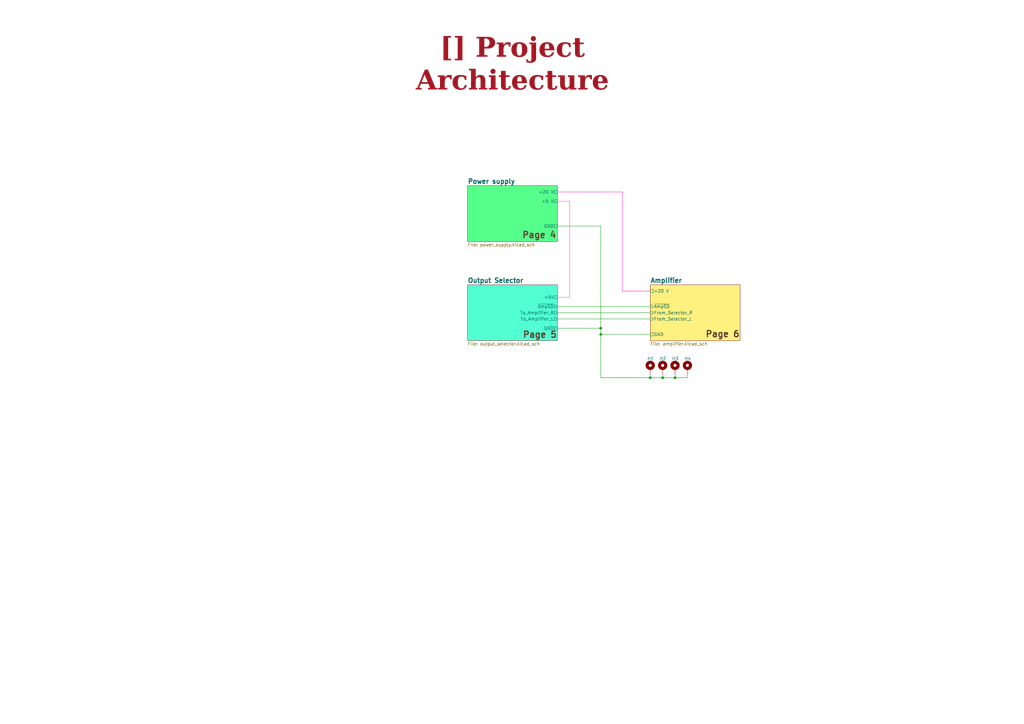
<source format=kicad_sch>
(kicad_sch (version 20231120) (generator "eeschema") (generator_version "8.0")
  (paper "A3")
  (title_block (title "Project Architecture") (date "Last Modified Date") (rev "${REVISION}") (company "${COMPANY}"))
  (lib_symbols
    (symbol "Mechanical:MountingHole_Pad" (pin_numbers hide) (pin_names (offset 1.016) hide) (exclude_from_sim yes) (in_bom no)
      (property "Reference" "H" (at 0 6.35 0))
      (property "Value" "MountingHole_Pad" (at 0 4.445 0))
      (symbol "MountingHole_Pad_0_1"
        (circle (center 0 1.27) (radius 1.27) (stroke (width 1.27)))
      )
      (symbol "MountingHole_Pad_1_1"
        (pin input line (at 0 -2.54 90) (length 2.54) (name "1") (number "1"))
      )
    )
  )
  (junction (at 246.38 134.62))
  (junction (at 271.78 154.94))
  (junction (at 246.38 137.16))
  (junction (at 266.7 154.94))
  (junction (at 276.86 154.94))
  (wire (pts (xy 228.6 128.27) (xy 266.7 128.27)))
  (wire (pts (xy 246.38 134.62) (xy 228.6 134.62)))
  (wire (pts (xy 276.86 154.94) (xy 271.78 154.94)))
  (wire (pts (xy 281.94 153.67) (xy 281.94 154.94)))
  (wire (pts (xy 246.38 137.16) (xy 246.38 134.62)))
  (wire (pts (xy 246.38 154.94) (xy 246.38 137.16)))
  (wire (pts (xy 255.27 119.38) (xy 266.7 119.38)) (stroke (width 0) (color 255 0 185 1)))
  (wire (pts (xy 266.7 137.16) (xy 246.38 137.16)))
  (wire (pts (xy 228.6 130.81) (xy 266.7 130.81)))
  (wire (pts (xy 228.6 92.71) (xy 246.38 92.71)))
  (wire (pts (xy 271.78 154.94) (xy 266.7 154.94)))
  (wire (pts (xy 266.7 153.67) (xy 266.7 154.94)))
  (wire (pts (xy 233.68 121.92) (xy 233.68 82.55)) (stroke (width 0) (color 255 77 97 1)))
  (wire (pts (xy 276.86 153.67) (xy 276.86 154.94)))
  (wire (pts (xy 271.78 153.67) (xy 271.78 154.94)))
  (wire (pts (xy 281.94 154.94) (xy 276.86 154.94)))
  (wire (pts (xy 228.6 125.73) (xy 266.7 125.73)))
  (wire (pts (xy 228.6 121.92) (xy 233.68 121.92)) (stroke (width 0) (color 255 77 97 1)))
  (wire (pts (xy 246.38 92.71) (xy 246.38 134.62)))
  (wire (pts (xy 266.7 154.94) (xy 246.38 154.94)))
  (wire (pts (xy 255.27 78.74) (xy 255.27 119.38)) (stroke (width 0) (color 255 0 185 1)))
  (wire (pts (xy 233.68 82.55) (xy 228.6 82.55)) (stroke (width 0) (color 255 77 97 1)))
  (wire (pts (xy 228.6 78.74) (xy 255.27 78.74)) (stroke (width 0) (color 255 0 185 1)))
  (text_box "[${#}] ${TITLE}" (at 144.78 20.32 0) (size 130.81 12.7) (stroke (width -0.0001)) (effects (font (size 8 8) (thickness 1.2) (bold yes))))
  (text "Page 6" (at 303.53 138.684 0) (effects (font (size 2.54 2.54) (bold yes)) (justify right bottom)))
  (text "Page 5" (at 228.6 138.938 0) (effects (font (size 2.54 2.54) (bold yes)) (justify right bottom)))
  (text "Page 4" (at 228.346 98.044 0) (effects (font (size 2.54 2.54) (bold yes)) (justify right bottom)))
  (symbol (lib_id "Mechanical:MountingHole_Pad") (at 266.7 151.13 0) (unit 1) (exclude_from_sim yes) (in_bom no)
    (property "Reference" "H1" (at 265.43 147.066 0) (effects (justify left)))
    (property "Value" "MountingHole_Pad" (effects (hide yes)))
    (property "Footprint" "MountingHole:MountingHole_3.2mm_M3_Pad_Via" (effects (hide yes)))
    (property "Description" "Mounting Hole with connection" (effects (hide yes)))
  )
  (symbol (lib_id "Mechanical:MountingHole_Pad") (at 276.86 151.13 0) (unit 1) (exclude_from_sim yes) (in_bom no)
    (property "Reference" "H3" (at 275.59 147.066 0) (effects (justify left)))
    (property "Value" "MountingHole_Pad" (effects (hide yes)))
    (property "Footprint" "MountingHole:MountingHole_3.2mm_M3_Pad_Via" (effects (hide yes)))
    (property "Description" "Mounting Hole with connection" (effects (hide yes)))
  )
  (symbol (lib_id "Mechanical:MountingHole_Pad") (at 281.94 151.13 0) (unit 1) (exclude_from_sim yes) (in_bom no)
    (property "Reference" "H4" (at 280.67 147.066 0) (effects (justify left)))
    (property "Value" "MountingHole_Pad" (effects (hide yes)))
    (property "Footprint" "MountingHole:MountingHole_3.2mm_M3_Pad_Via" (effects (hide yes)))
    (property "Description" "Mounting Hole with connection" (effects (hide yes)))
  )
  (symbol (lib_id "Mechanical:MountingHole_Pad") (at 271.78 151.13 0) (unit 1) (exclude_from_sim yes) (in_bom no)
    (property "Reference" "H2" (at 270.51 147.066 0) (effects (justify left)))
    (property "Value" "MountingHole_Pad" (effects (hide yes)))
    (property "Footprint" "MountingHole:MountingHole_3.2mm_M3_Pad_Via" (effects (hide yes)))
    (property "Description" "Mounting Hole with connection" (effects (hide yes)))
  )
  (sheet (at 266.7 116.84) (size 36.83 22.86) (stroke (width 0.1524)) (fill (color 255 241 128 1.0000))
    (property "Sheetname" "Amplifier" (at 266.7 116.1284 0) (effects (font (size 1.905 1.905) (thickness 0.381) (bold yes)) (justify left bottom)))
    (property "Sheetfile" "amplifier.kicad_sch" (at 266.7 140.2846 0) (effects (justify left top)))
    (pin "~{AmpSD}" input (at 266.7 125.73 180))
    (pin "From_Selector_L" input (at 266.7 130.81 180))
    (pin "From_Selector_R" input (at 266.7 128.27 180))
    (pin "GND" passive (at 266.7 137.16 180))
    (pin "+20 V" passive (at 266.7 119.38 180))
  )
  (sheet (at 191.77 116.84) (size 36.83 22.86) (stroke (width 0.1524)) (fill (color 81 255 210 1.0000))
    (property "Sheetname" "Output Selector" (at 191.77 116.1284 0) (effects (font (size 1.905 1.905) (thickness 0.381) (bold yes)) (justify left bottom)))
    (property "Sheetfile" "output_selector.kicad_sch" (at 191.77 140.2846 0) (effects (justify left top)))
    (pin "To_Amplifier_R" output (at 228.6 128.27 0))
    (pin "To_Amplifier_L" output (at 228.6 130.81 0))
    (pin "+5V" passive (at 228.6 121.92 0))
    (pin "GND" passive (at 228.6 134.62 0))
    (pin "~{AmpSD}" output (at 228.6 125.73 0))
  )
  (sheet (at 191.77 76.2) (size 36.83 22.86) (stroke (width 0.1524)) (fill (color 84 255 140 1.0000))
    (property "Sheetname" "Power supply" (at 191.77 75.4884 0) (effects (font (size 1.905 1.905) (thickness 0.381) (bold yes)) (justify left bottom)))
    (property "Sheetfile" "power_supply.kicad_sch" (at 191.77 99.6446 0) (effects (justify left top)))
    (pin "+20 V" passive (at 228.6 78.74 0))
    (pin "GND" passive (at 228.6 92.71 0))
    (pin "+5 V" passive (at 228.6 82.55 0))
  )
)
</source>
